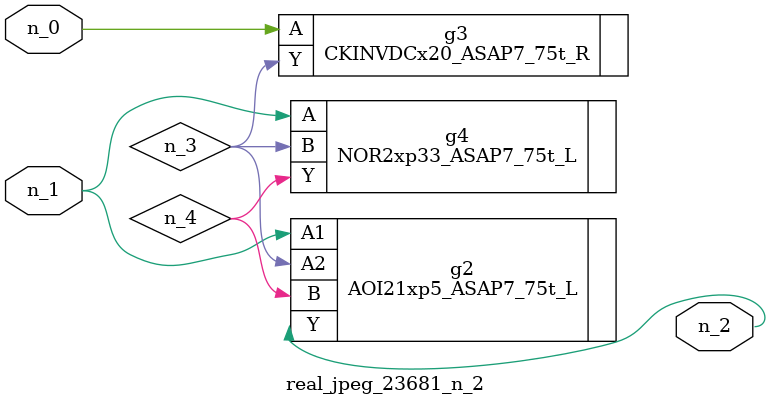
<source format=v>
module real_jpeg_23681_n_2 (n_1, n_0, n_2);

input n_1;
input n_0;

output n_2;

wire n_4;
wire n_3;

CKINVDCx20_ASAP7_75t_R g3 ( 
.A(n_0),
.Y(n_3)
);

AOI21xp5_ASAP7_75t_L g2 ( 
.A1(n_1),
.A2(n_3),
.B(n_4),
.Y(n_2)
);

NOR2xp33_ASAP7_75t_L g4 ( 
.A(n_1),
.B(n_3),
.Y(n_4)
);


endmodule
</source>
